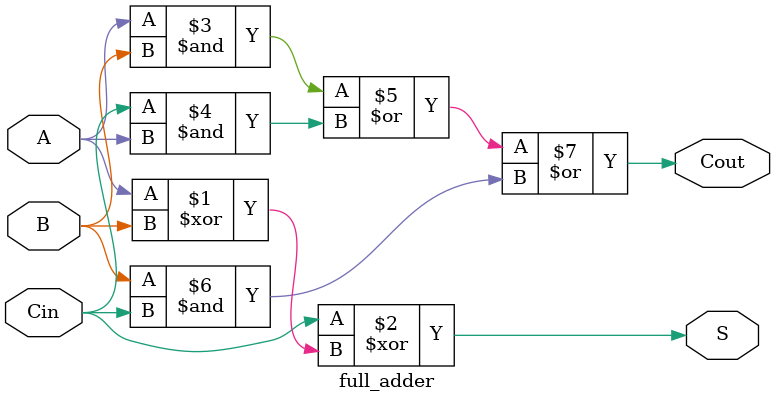
<source format=v>
module full_adder(
    input A,
    input B,
    input Cin,
    output S,
    output Cout
);



    // Your code goes here.  DO NOT change anything that is already given! Otherwise, you will not be able to pass the tests!
    
    assign S= (Cin)^(A^B);
   // xor(S,Cin,(A^B));
    assign Cout=(A&B)|(Cin&A)|(B&Cin);
//    or(Cout,(A&B),(Cin&A),(B&Cin));


endmodule
</source>
